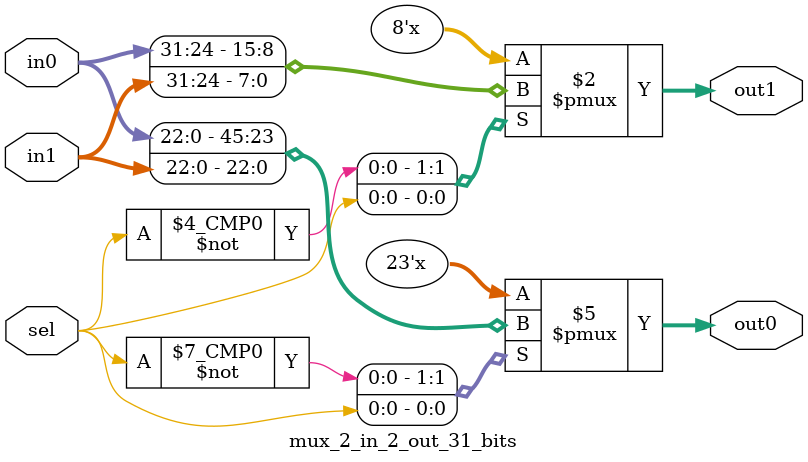
<source format=v>
module mux_2_in_2_out_31_bits (in0 , in1 , sel , out0 , out1);
input [31:0]in0,in1;//{E , M}
input sel;
output reg [22:0]out0;
output reg [7:0]out1;
always@(*)
begin
    case(sel)
        1'b0:
            begin
                out0 = in0[22:0];
                out1 = in0[31:24];
            end
        1'b1:
            begin
                out0 = in1[22:0];
                out1 = in1[31:24];
            end
    endcase
end
endmodule
</source>
